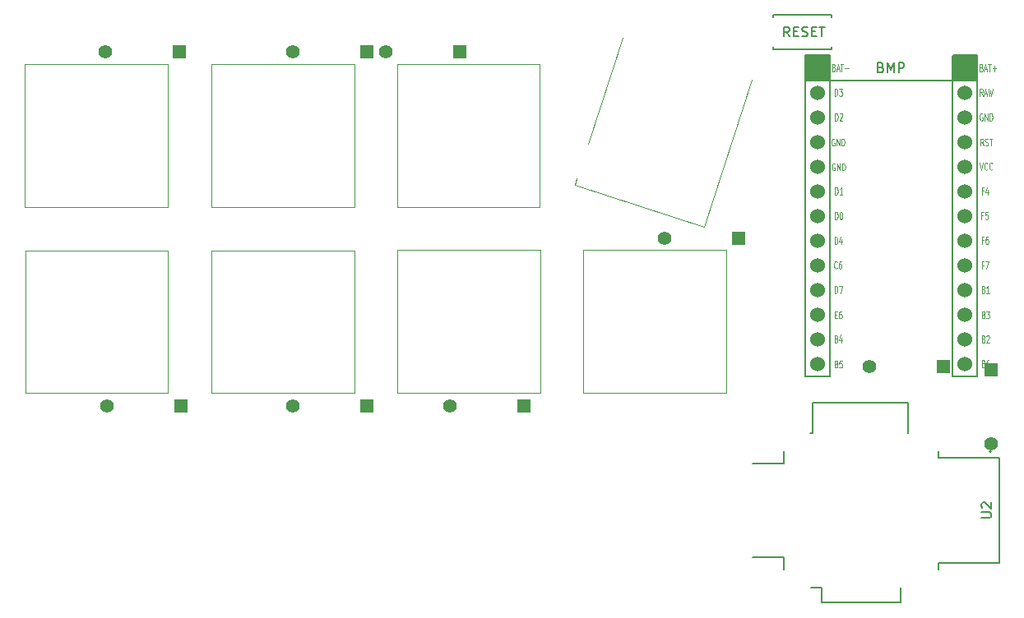
<source format=gbr>
G04 #@! TF.GenerationSoftware,KiCad,Pcbnew,8.0.6*
G04 #@! TF.CreationDate,2025-01-11T22:07:08+09:00*
G04 #@! TF.ProjectId,original_keyboard,6f726967-696e-4616-9c5f-6b6579626f61,rev?*
G04 #@! TF.SameCoordinates,Original*
G04 #@! TF.FileFunction,Legend,Top*
G04 #@! TF.FilePolarity,Positive*
%FSLAX46Y46*%
G04 Gerber Fmt 4.6, Leading zero omitted, Abs format (unit mm)*
G04 Created by KiCad (PCBNEW 8.0.6) date 2025-01-11 22:07:08*
%MOMM*%
%LPD*%
G01*
G04 APERTURE LIST*
%ADD10C,0.150000*%
%ADD11C,0.125000*%
%ADD12C,0.120000*%
%ADD13C,0.127000*%
%ADD14C,0.200000*%
%ADD15R,1.397000X1.397000*%
%ADD16C,1.397000*%
%ADD17C,1.524000*%
G04 APERTURE END LIST*
D10*
X152540619Y-112496504D02*
X153350142Y-112496504D01*
X153350142Y-112496504D02*
X153445380Y-112448885D01*
X153445380Y-112448885D02*
X153493000Y-112401266D01*
X153493000Y-112401266D02*
X153540619Y-112306028D01*
X153540619Y-112306028D02*
X153540619Y-112115552D01*
X153540619Y-112115552D02*
X153493000Y-112020314D01*
X153493000Y-112020314D02*
X153445380Y-111972695D01*
X153445380Y-111972695D02*
X153350142Y-111925076D01*
X153350142Y-111925076D02*
X152540619Y-111925076D01*
X152635857Y-111496504D02*
X152588238Y-111448885D01*
X152588238Y-111448885D02*
X152540619Y-111353647D01*
X152540619Y-111353647D02*
X152540619Y-111115552D01*
X152540619Y-111115552D02*
X152588238Y-111020314D01*
X152588238Y-111020314D02*
X152635857Y-110972695D01*
X152635857Y-110972695D02*
X152731095Y-110925076D01*
X152731095Y-110925076D02*
X152826333Y-110925076D01*
X152826333Y-110925076D02*
X152969190Y-110972695D01*
X152969190Y-110972695D02*
X153540619Y-111544123D01*
X153540619Y-111544123D02*
X153540619Y-110925076D01*
D11*
X137450447Y-76016678D02*
X137402828Y-75980964D01*
X137402828Y-75980964D02*
X137331399Y-75980964D01*
X137331399Y-75980964D02*
X137259971Y-76016678D01*
X137259971Y-76016678D02*
X137212352Y-76088107D01*
X137212352Y-76088107D02*
X137188542Y-76159535D01*
X137188542Y-76159535D02*
X137164733Y-76302392D01*
X137164733Y-76302392D02*
X137164733Y-76409535D01*
X137164733Y-76409535D02*
X137188542Y-76552392D01*
X137188542Y-76552392D02*
X137212352Y-76623821D01*
X137212352Y-76623821D02*
X137259971Y-76695250D01*
X137259971Y-76695250D02*
X137331399Y-76730964D01*
X137331399Y-76730964D02*
X137379018Y-76730964D01*
X137379018Y-76730964D02*
X137450447Y-76695250D01*
X137450447Y-76695250D02*
X137474256Y-76659535D01*
X137474256Y-76659535D02*
X137474256Y-76409535D01*
X137474256Y-76409535D02*
X137379018Y-76409535D01*
X137688542Y-76730964D02*
X137688542Y-75980964D01*
X137688542Y-75980964D02*
X137974256Y-76730964D01*
X137974256Y-76730964D02*
X137974256Y-75980964D01*
X138212352Y-76730964D02*
X138212352Y-75980964D01*
X138212352Y-75980964D02*
X138331400Y-75980964D01*
X138331400Y-75980964D02*
X138402828Y-76016678D01*
X138402828Y-76016678D02*
X138450447Y-76088107D01*
X138450447Y-76088107D02*
X138474257Y-76159535D01*
X138474257Y-76159535D02*
X138498066Y-76302392D01*
X138498066Y-76302392D02*
X138498066Y-76409535D01*
X138498066Y-76409535D02*
X138474257Y-76552392D01*
X138474257Y-76552392D02*
X138450447Y-76623821D01*
X138450447Y-76623821D02*
X138402828Y-76695250D01*
X138402828Y-76695250D02*
X138331400Y-76730964D01*
X138331400Y-76730964D02*
X138212352Y-76730964D01*
X137447162Y-91578107D02*
X137613829Y-91578107D01*
X137685257Y-91970964D02*
X137447162Y-91970964D01*
X137447162Y-91970964D02*
X137447162Y-91220964D01*
X137447162Y-91220964D02*
X137685257Y-91220964D01*
X138113829Y-91220964D02*
X138018591Y-91220964D01*
X138018591Y-91220964D02*
X137970972Y-91256678D01*
X137970972Y-91256678D02*
X137947162Y-91292392D01*
X137947162Y-91292392D02*
X137899543Y-91399535D01*
X137899543Y-91399535D02*
X137875734Y-91542392D01*
X137875734Y-91542392D02*
X137875734Y-91828107D01*
X137875734Y-91828107D02*
X137899543Y-91899535D01*
X137899543Y-91899535D02*
X137923353Y-91935250D01*
X137923353Y-91935250D02*
X137970972Y-91970964D01*
X137970972Y-91970964D02*
X138066210Y-91970964D01*
X138066210Y-91970964D02*
X138113829Y-91935250D01*
X138113829Y-91935250D02*
X138137638Y-91899535D01*
X138137638Y-91899535D02*
X138161448Y-91828107D01*
X138161448Y-91828107D02*
X138161448Y-91649535D01*
X138161448Y-91649535D02*
X138137638Y-91578107D01*
X138137638Y-91578107D02*
X138113829Y-91542392D01*
X138113829Y-91542392D02*
X138066210Y-91506678D01*
X138066210Y-91506678D02*
X137970972Y-91506678D01*
X137970972Y-91506678D02*
X137923353Y-91542392D01*
X137923353Y-91542392D02*
X137899543Y-91578107D01*
X137899543Y-91578107D02*
X137875734Y-91649535D01*
X137386947Y-73476678D02*
X137339328Y-73440964D01*
X137339328Y-73440964D02*
X137267899Y-73440964D01*
X137267899Y-73440964D02*
X137196471Y-73476678D01*
X137196471Y-73476678D02*
X137148852Y-73548107D01*
X137148852Y-73548107D02*
X137125042Y-73619535D01*
X137125042Y-73619535D02*
X137101233Y-73762392D01*
X137101233Y-73762392D02*
X137101233Y-73869535D01*
X137101233Y-73869535D02*
X137125042Y-74012392D01*
X137125042Y-74012392D02*
X137148852Y-74083821D01*
X137148852Y-74083821D02*
X137196471Y-74155250D01*
X137196471Y-74155250D02*
X137267899Y-74190964D01*
X137267899Y-74190964D02*
X137315518Y-74190964D01*
X137315518Y-74190964D02*
X137386947Y-74155250D01*
X137386947Y-74155250D02*
X137410756Y-74119535D01*
X137410756Y-74119535D02*
X137410756Y-73869535D01*
X137410756Y-73869535D02*
X137315518Y-73869535D01*
X137625042Y-74190964D02*
X137625042Y-73440964D01*
X137625042Y-73440964D02*
X137910756Y-74190964D01*
X137910756Y-74190964D02*
X137910756Y-73440964D01*
X138148852Y-74190964D02*
X138148852Y-73440964D01*
X138148852Y-73440964D02*
X138267900Y-73440964D01*
X138267900Y-73440964D02*
X138339328Y-73476678D01*
X138339328Y-73476678D02*
X138386947Y-73548107D01*
X138386947Y-73548107D02*
X138410757Y-73619535D01*
X138410757Y-73619535D02*
X138434566Y-73762392D01*
X138434566Y-73762392D02*
X138434566Y-73869535D01*
X138434566Y-73869535D02*
X138410757Y-74012392D01*
X138410757Y-74012392D02*
X138386947Y-74083821D01*
X138386947Y-74083821D02*
X138339328Y-74155250D01*
X138339328Y-74155250D02*
X138267900Y-74190964D01*
X138267900Y-74190964D02*
X138148852Y-74190964D01*
X152734090Y-74190964D02*
X152567424Y-73833821D01*
X152448376Y-74190964D02*
X152448376Y-73440964D01*
X152448376Y-73440964D02*
X152638852Y-73440964D01*
X152638852Y-73440964D02*
X152686471Y-73476678D01*
X152686471Y-73476678D02*
X152710281Y-73512392D01*
X152710281Y-73512392D02*
X152734090Y-73583821D01*
X152734090Y-73583821D02*
X152734090Y-73690964D01*
X152734090Y-73690964D02*
X152710281Y-73762392D01*
X152710281Y-73762392D02*
X152686471Y-73798107D01*
X152686471Y-73798107D02*
X152638852Y-73833821D01*
X152638852Y-73833821D02*
X152448376Y-73833821D01*
X152924567Y-74155250D02*
X152995995Y-74190964D01*
X152995995Y-74190964D02*
X153115043Y-74190964D01*
X153115043Y-74190964D02*
X153162662Y-74155250D01*
X153162662Y-74155250D02*
X153186471Y-74119535D01*
X153186471Y-74119535D02*
X153210281Y-74048107D01*
X153210281Y-74048107D02*
X153210281Y-73976678D01*
X153210281Y-73976678D02*
X153186471Y-73905250D01*
X153186471Y-73905250D02*
X153162662Y-73869535D01*
X153162662Y-73869535D02*
X153115043Y-73833821D01*
X153115043Y-73833821D02*
X153019805Y-73798107D01*
X153019805Y-73798107D02*
X152972186Y-73762392D01*
X152972186Y-73762392D02*
X152948376Y-73726678D01*
X152948376Y-73726678D02*
X152924567Y-73655250D01*
X152924567Y-73655250D02*
X152924567Y-73583821D01*
X152924567Y-73583821D02*
X152948376Y-73512392D01*
X152948376Y-73512392D02*
X152972186Y-73476678D01*
X152972186Y-73476678D02*
X153019805Y-73440964D01*
X153019805Y-73440964D02*
X153138852Y-73440964D01*
X153138852Y-73440964D02*
X153210281Y-73476678D01*
X153353138Y-73440964D02*
X153638852Y-73440964D01*
X153495995Y-74190964D02*
X153495995Y-73440964D01*
X137423352Y-69047464D02*
X137423352Y-68297464D01*
X137423352Y-68297464D02*
X137542400Y-68297464D01*
X137542400Y-68297464D02*
X137613828Y-68333178D01*
X137613828Y-68333178D02*
X137661447Y-68404607D01*
X137661447Y-68404607D02*
X137685257Y-68476035D01*
X137685257Y-68476035D02*
X137709066Y-68618892D01*
X137709066Y-68618892D02*
X137709066Y-68726035D01*
X137709066Y-68726035D02*
X137685257Y-68868892D01*
X137685257Y-68868892D02*
X137661447Y-68940321D01*
X137661447Y-68940321D02*
X137613828Y-69011750D01*
X137613828Y-69011750D02*
X137542400Y-69047464D01*
X137542400Y-69047464D02*
X137423352Y-69047464D01*
X137875733Y-68297464D02*
X138185257Y-68297464D01*
X138185257Y-68297464D02*
X138018590Y-68583178D01*
X138018590Y-68583178D02*
X138090019Y-68583178D01*
X138090019Y-68583178D02*
X138137638Y-68618892D01*
X138137638Y-68618892D02*
X138161447Y-68654607D01*
X138161447Y-68654607D02*
X138185257Y-68726035D01*
X138185257Y-68726035D02*
X138185257Y-68904607D01*
X138185257Y-68904607D02*
X138161447Y-68976035D01*
X138161447Y-68976035D02*
X138137638Y-69011750D01*
X138137638Y-69011750D02*
X138090019Y-69047464D01*
X138090019Y-69047464D02*
X137947162Y-69047464D01*
X137947162Y-69047464D02*
X137899543Y-69011750D01*
X137899543Y-69011750D02*
X137875733Y-68976035D01*
X137313829Y-66114607D02*
X137385257Y-66150321D01*
X137385257Y-66150321D02*
X137409067Y-66186035D01*
X137409067Y-66186035D02*
X137432876Y-66257464D01*
X137432876Y-66257464D02*
X137432876Y-66364607D01*
X137432876Y-66364607D02*
X137409067Y-66436035D01*
X137409067Y-66436035D02*
X137385257Y-66471750D01*
X137385257Y-66471750D02*
X137337638Y-66507464D01*
X137337638Y-66507464D02*
X137147162Y-66507464D01*
X137147162Y-66507464D02*
X137147162Y-65757464D01*
X137147162Y-65757464D02*
X137313829Y-65757464D01*
X137313829Y-65757464D02*
X137361448Y-65793178D01*
X137361448Y-65793178D02*
X137385257Y-65828892D01*
X137385257Y-65828892D02*
X137409067Y-65900321D01*
X137409067Y-65900321D02*
X137409067Y-65971750D01*
X137409067Y-65971750D02*
X137385257Y-66043178D01*
X137385257Y-66043178D02*
X137361448Y-66078892D01*
X137361448Y-66078892D02*
X137313829Y-66114607D01*
X137313829Y-66114607D02*
X137147162Y-66114607D01*
X137623353Y-66293178D02*
X137861448Y-66293178D01*
X137575734Y-66507464D02*
X137742400Y-65757464D01*
X137742400Y-65757464D02*
X137909067Y-66507464D01*
X138004305Y-65757464D02*
X138290019Y-65757464D01*
X138147162Y-66507464D02*
X138147162Y-65757464D01*
X138456685Y-66221750D02*
X138837638Y-66221750D01*
X137423352Y-84325464D02*
X137423352Y-83575464D01*
X137423352Y-83575464D02*
X137542400Y-83575464D01*
X137542400Y-83575464D02*
X137613828Y-83611178D01*
X137613828Y-83611178D02*
X137661447Y-83682607D01*
X137661447Y-83682607D02*
X137685257Y-83754035D01*
X137685257Y-83754035D02*
X137709066Y-83896892D01*
X137709066Y-83896892D02*
X137709066Y-84004035D01*
X137709066Y-84004035D02*
X137685257Y-84146892D01*
X137685257Y-84146892D02*
X137661447Y-84218321D01*
X137661447Y-84218321D02*
X137613828Y-84289750D01*
X137613828Y-84289750D02*
X137542400Y-84325464D01*
X137542400Y-84325464D02*
X137423352Y-84325464D01*
X138137638Y-83825464D02*
X138137638Y-84325464D01*
X138018590Y-83539750D02*
X137899543Y-84075464D01*
X137899543Y-84075464D02*
X138209066Y-84075464D01*
X137590019Y-96658107D02*
X137661447Y-96693821D01*
X137661447Y-96693821D02*
X137685257Y-96729535D01*
X137685257Y-96729535D02*
X137709066Y-96800964D01*
X137709066Y-96800964D02*
X137709066Y-96908107D01*
X137709066Y-96908107D02*
X137685257Y-96979535D01*
X137685257Y-96979535D02*
X137661447Y-97015250D01*
X137661447Y-97015250D02*
X137613828Y-97050964D01*
X137613828Y-97050964D02*
X137423352Y-97050964D01*
X137423352Y-97050964D02*
X137423352Y-96300964D01*
X137423352Y-96300964D02*
X137590019Y-96300964D01*
X137590019Y-96300964D02*
X137637638Y-96336678D01*
X137637638Y-96336678D02*
X137661447Y-96372392D01*
X137661447Y-96372392D02*
X137685257Y-96443821D01*
X137685257Y-96443821D02*
X137685257Y-96515250D01*
X137685257Y-96515250D02*
X137661447Y-96586678D01*
X137661447Y-96586678D02*
X137637638Y-96622392D01*
X137637638Y-96622392D02*
X137590019Y-96658107D01*
X137590019Y-96658107D02*
X137423352Y-96658107D01*
X138161447Y-96300964D02*
X137923352Y-96300964D01*
X137923352Y-96300964D02*
X137899543Y-96658107D01*
X137899543Y-96658107D02*
X137923352Y-96622392D01*
X137923352Y-96622392D02*
X137970971Y-96586678D01*
X137970971Y-96586678D02*
X138090019Y-96586678D01*
X138090019Y-96586678D02*
X138137638Y-96622392D01*
X138137638Y-96622392D02*
X138161447Y-96658107D01*
X138161447Y-96658107D02*
X138185257Y-96729535D01*
X138185257Y-96729535D02*
X138185257Y-96908107D01*
X138185257Y-96908107D02*
X138161447Y-96979535D01*
X138161447Y-96979535D02*
X138137638Y-97015250D01*
X138137638Y-97015250D02*
X138090019Y-97050964D01*
X138090019Y-97050964D02*
X137970971Y-97050964D01*
X137970971Y-97050964D02*
X137923352Y-97015250D01*
X137923352Y-97015250D02*
X137899543Y-96979535D01*
X137462352Y-79207464D02*
X137462352Y-78457464D01*
X137462352Y-78457464D02*
X137581400Y-78457464D01*
X137581400Y-78457464D02*
X137652828Y-78493178D01*
X137652828Y-78493178D02*
X137700447Y-78564607D01*
X137700447Y-78564607D02*
X137724257Y-78636035D01*
X137724257Y-78636035D02*
X137748066Y-78778892D01*
X137748066Y-78778892D02*
X137748066Y-78886035D01*
X137748066Y-78886035D02*
X137724257Y-79028892D01*
X137724257Y-79028892D02*
X137700447Y-79100321D01*
X137700447Y-79100321D02*
X137652828Y-79171750D01*
X137652828Y-79171750D02*
X137581400Y-79207464D01*
X137581400Y-79207464D02*
X137462352Y-79207464D01*
X138224257Y-79207464D02*
X137938543Y-79207464D01*
X138081400Y-79207464D02*
X138081400Y-78457464D01*
X138081400Y-78457464D02*
X138033781Y-78564607D01*
X138033781Y-78564607D02*
X137986162Y-78636035D01*
X137986162Y-78636035D02*
X137938543Y-78671750D01*
X152626947Y-70873178D02*
X152579328Y-70837464D01*
X152579328Y-70837464D02*
X152507899Y-70837464D01*
X152507899Y-70837464D02*
X152436471Y-70873178D01*
X152436471Y-70873178D02*
X152388852Y-70944607D01*
X152388852Y-70944607D02*
X152365042Y-71016035D01*
X152365042Y-71016035D02*
X152341233Y-71158892D01*
X152341233Y-71158892D02*
X152341233Y-71266035D01*
X152341233Y-71266035D02*
X152365042Y-71408892D01*
X152365042Y-71408892D02*
X152388852Y-71480321D01*
X152388852Y-71480321D02*
X152436471Y-71551750D01*
X152436471Y-71551750D02*
X152507899Y-71587464D01*
X152507899Y-71587464D02*
X152555518Y-71587464D01*
X152555518Y-71587464D02*
X152626947Y-71551750D01*
X152626947Y-71551750D02*
X152650756Y-71516035D01*
X152650756Y-71516035D02*
X152650756Y-71266035D01*
X152650756Y-71266035D02*
X152555518Y-71266035D01*
X152865042Y-71587464D02*
X152865042Y-70837464D01*
X152865042Y-70837464D02*
X153150756Y-71587464D01*
X153150756Y-71587464D02*
X153150756Y-70837464D01*
X153388852Y-71587464D02*
X153388852Y-70837464D01*
X153388852Y-70837464D02*
X153507900Y-70837464D01*
X153507900Y-70837464D02*
X153579328Y-70873178D01*
X153579328Y-70873178D02*
X153626947Y-70944607D01*
X153626947Y-70944607D02*
X153650757Y-71016035D01*
X153650757Y-71016035D02*
X153674566Y-71158892D01*
X153674566Y-71158892D02*
X153674566Y-71266035D01*
X153674566Y-71266035D02*
X153650757Y-71408892D01*
X153650757Y-71408892D02*
X153626947Y-71480321D01*
X153626947Y-71480321D02*
X153579328Y-71551750D01*
X153579328Y-71551750D02*
X153507900Y-71587464D01*
X153507900Y-71587464D02*
X153388852Y-71587464D01*
X152341234Y-75917464D02*
X152507900Y-76667464D01*
X152507900Y-76667464D02*
X152674567Y-75917464D01*
X153126947Y-76596035D02*
X153103138Y-76631750D01*
X153103138Y-76631750D02*
X153031709Y-76667464D01*
X153031709Y-76667464D02*
X152984090Y-76667464D01*
X152984090Y-76667464D02*
X152912662Y-76631750D01*
X152912662Y-76631750D02*
X152865043Y-76560321D01*
X152865043Y-76560321D02*
X152841233Y-76488892D01*
X152841233Y-76488892D02*
X152817424Y-76346035D01*
X152817424Y-76346035D02*
X152817424Y-76238892D01*
X152817424Y-76238892D02*
X152841233Y-76096035D01*
X152841233Y-76096035D02*
X152865043Y-76024607D01*
X152865043Y-76024607D02*
X152912662Y-75953178D01*
X152912662Y-75953178D02*
X152984090Y-75917464D01*
X152984090Y-75917464D02*
X153031709Y-75917464D01*
X153031709Y-75917464D02*
X153103138Y-75953178D01*
X153103138Y-75953178D02*
X153126947Y-75988892D01*
X153626947Y-76596035D02*
X153603138Y-76631750D01*
X153603138Y-76631750D02*
X153531709Y-76667464D01*
X153531709Y-76667464D02*
X153484090Y-76667464D01*
X153484090Y-76667464D02*
X153412662Y-76631750D01*
X153412662Y-76631750D02*
X153365043Y-76560321D01*
X153365043Y-76560321D02*
X153341233Y-76488892D01*
X153341233Y-76488892D02*
X153317424Y-76346035D01*
X153317424Y-76346035D02*
X153317424Y-76238892D01*
X153317424Y-76238892D02*
X153341233Y-76096035D01*
X153341233Y-76096035D02*
X153365043Y-76024607D01*
X153365043Y-76024607D02*
X153412662Y-75953178D01*
X153412662Y-75953178D02*
X153484090Y-75917464D01*
X153484090Y-75917464D02*
X153531709Y-75917464D01*
X153531709Y-75917464D02*
X153603138Y-75953178D01*
X153603138Y-75953178D02*
X153626947Y-75988892D01*
X152725734Y-78832607D02*
X152559067Y-78832607D01*
X152559067Y-79225464D02*
X152559067Y-78475464D01*
X152559067Y-78475464D02*
X152797162Y-78475464D01*
X153201924Y-78725464D02*
X153201924Y-79225464D01*
X153082876Y-78439750D02*
X152963829Y-78975464D01*
X152963829Y-78975464D02*
X153273352Y-78975464D01*
X152662661Y-69047464D02*
X152495995Y-68690321D01*
X152376947Y-69047464D02*
X152376947Y-68297464D01*
X152376947Y-68297464D02*
X152567423Y-68297464D01*
X152567423Y-68297464D02*
X152615042Y-68333178D01*
X152615042Y-68333178D02*
X152638852Y-68368892D01*
X152638852Y-68368892D02*
X152662661Y-68440321D01*
X152662661Y-68440321D02*
X152662661Y-68547464D01*
X152662661Y-68547464D02*
X152638852Y-68618892D01*
X152638852Y-68618892D02*
X152615042Y-68654607D01*
X152615042Y-68654607D02*
X152567423Y-68690321D01*
X152567423Y-68690321D02*
X152376947Y-68690321D01*
X152853138Y-68833178D02*
X153091233Y-68833178D01*
X152805519Y-69047464D02*
X152972185Y-68297464D01*
X152972185Y-68297464D02*
X153138852Y-69047464D01*
X153257899Y-68297464D02*
X153376947Y-69047464D01*
X153376947Y-69047464D02*
X153472185Y-68511750D01*
X153472185Y-68511750D02*
X153567423Y-69047464D01*
X153567423Y-69047464D02*
X153686471Y-68297464D01*
X152725734Y-86482607D02*
X152559067Y-86482607D01*
X152559067Y-86875464D02*
X152559067Y-86125464D01*
X152559067Y-86125464D02*
X152797162Y-86125464D01*
X152940019Y-86125464D02*
X153273352Y-86125464D01*
X153273352Y-86125464D02*
X153059067Y-86875464D01*
X152740019Y-91578107D02*
X152811447Y-91613821D01*
X152811447Y-91613821D02*
X152835257Y-91649535D01*
X152835257Y-91649535D02*
X152859066Y-91720964D01*
X152859066Y-91720964D02*
X152859066Y-91828107D01*
X152859066Y-91828107D02*
X152835257Y-91899535D01*
X152835257Y-91899535D02*
X152811447Y-91935250D01*
X152811447Y-91935250D02*
X152763828Y-91970964D01*
X152763828Y-91970964D02*
X152573352Y-91970964D01*
X152573352Y-91970964D02*
X152573352Y-91220964D01*
X152573352Y-91220964D02*
X152740019Y-91220964D01*
X152740019Y-91220964D02*
X152787638Y-91256678D01*
X152787638Y-91256678D02*
X152811447Y-91292392D01*
X152811447Y-91292392D02*
X152835257Y-91363821D01*
X152835257Y-91363821D02*
X152835257Y-91435250D01*
X152835257Y-91435250D02*
X152811447Y-91506678D01*
X152811447Y-91506678D02*
X152787638Y-91542392D01*
X152787638Y-91542392D02*
X152740019Y-91578107D01*
X152740019Y-91578107D02*
X152573352Y-91578107D01*
X153025733Y-91220964D02*
X153335257Y-91220964D01*
X153335257Y-91220964D02*
X153168590Y-91506678D01*
X153168590Y-91506678D02*
X153240019Y-91506678D01*
X153240019Y-91506678D02*
X153287638Y-91542392D01*
X153287638Y-91542392D02*
X153311447Y-91578107D01*
X153311447Y-91578107D02*
X153335257Y-91649535D01*
X153335257Y-91649535D02*
X153335257Y-91828107D01*
X153335257Y-91828107D02*
X153311447Y-91899535D01*
X153311447Y-91899535D02*
X153287638Y-91935250D01*
X153287638Y-91935250D02*
X153240019Y-91970964D01*
X153240019Y-91970964D02*
X153097162Y-91970964D01*
X153097162Y-91970964D02*
X153049543Y-91935250D01*
X153049543Y-91935250D02*
X153025733Y-91899535D01*
D10*
X142199600Y-66116009D02*
X142342457Y-66163628D01*
X142342457Y-66163628D02*
X142390076Y-66211247D01*
X142390076Y-66211247D02*
X142437695Y-66306485D01*
X142437695Y-66306485D02*
X142437695Y-66449342D01*
X142437695Y-66449342D02*
X142390076Y-66544580D01*
X142390076Y-66544580D02*
X142342457Y-66592200D01*
X142342457Y-66592200D02*
X142247219Y-66639819D01*
X142247219Y-66639819D02*
X141866267Y-66639819D01*
X141866267Y-66639819D02*
X141866267Y-65639819D01*
X141866267Y-65639819D02*
X142199600Y-65639819D01*
X142199600Y-65639819D02*
X142294838Y-65687438D01*
X142294838Y-65687438D02*
X142342457Y-65735057D01*
X142342457Y-65735057D02*
X142390076Y-65830295D01*
X142390076Y-65830295D02*
X142390076Y-65925533D01*
X142390076Y-65925533D02*
X142342457Y-66020771D01*
X142342457Y-66020771D02*
X142294838Y-66068390D01*
X142294838Y-66068390D02*
X142199600Y-66116009D01*
X142199600Y-66116009D02*
X141866267Y-66116009D01*
X142866267Y-66639819D02*
X142866267Y-65639819D01*
X142866267Y-65639819D02*
X143199600Y-66354104D01*
X143199600Y-66354104D02*
X143532933Y-65639819D01*
X143532933Y-65639819D02*
X143532933Y-66639819D01*
X144009124Y-66639819D02*
X144009124Y-65639819D01*
X144009124Y-65639819D02*
X144390076Y-65639819D01*
X144390076Y-65639819D02*
X144485314Y-65687438D01*
X144485314Y-65687438D02*
X144532933Y-65735057D01*
X144532933Y-65735057D02*
X144580552Y-65830295D01*
X144580552Y-65830295D02*
X144580552Y-65973152D01*
X144580552Y-65973152D02*
X144532933Y-66068390D01*
X144532933Y-66068390D02*
X144485314Y-66116009D01*
X144485314Y-66116009D02*
X144390076Y-66163628D01*
X144390076Y-66163628D02*
X144009124Y-66163628D01*
D11*
X152529329Y-66114607D02*
X152600757Y-66150321D01*
X152600757Y-66150321D02*
X152624567Y-66186035D01*
X152624567Y-66186035D02*
X152648376Y-66257464D01*
X152648376Y-66257464D02*
X152648376Y-66364607D01*
X152648376Y-66364607D02*
X152624567Y-66436035D01*
X152624567Y-66436035D02*
X152600757Y-66471750D01*
X152600757Y-66471750D02*
X152553138Y-66507464D01*
X152553138Y-66507464D02*
X152362662Y-66507464D01*
X152362662Y-66507464D02*
X152362662Y-65757464D01*
X152362662Y-65757464D02*
X152529329Y-65757464D01*
X152529329Y-65757464D02*
X152576948Y-65793178D01*
X152576948Y-65793178D02*
X152600757Y-65828892D01*
X152600757Y-65828892D02*
X152624567Y-65900321D01*
X152624567Y-65900321D02*
X152624567Y-65971750D01*
X152624567Y-65971750D02*
X152600757Y-66043178D01*
X152600757Y-66043178D02*
X152576948Y-66078892D01*
X152576948Y-66078892D02*
X152529329Y-66114607D01*
X152529329Y-66114607D02*
X152362662Y-66114607D01*
X152838853Y-66293178D02*
X153076948Y-66293178D01*
X152791234Y-66507464D02*
X152957900Y-65757464D01*
X152957900Y-65757464D02*
X153124567Y-66507464D01*
X153219805Y-65757464D02*
X153505519Y-65757464D01*
X153362662Y-66507464D02*
X153362662Y-65757464D01*
X153672185Y-66221750D02*
X154053138Y-66221750D01*
X153862661Y-66507464D02*
X153862661Y-65936035D01*
X137473352Y-71575464D02*
X137473352Y-70825464D01*
X137473352Y-70825464D02*
X137592400Y-70825464D01*
X137592400Y-70825464D02*
X137663828Y-70861178D01*
X137663828Y-70861178D02*
X137711447Y-70932607D01*
X137711447Y-70932607D02*
X137735257Y-71004035D01*
X137735257Y-71004035D02*
X137759066Y-71146892D01*
X137759066Y-71146892D02*
X137759066Y-71254035D01*
X137759066Y-71254035D02*
X137735257Y-71396892D01*
X137735257Y-71396892D02*
X137711447Y-71468321D01*
X137711447Y-71468321D02*
X137663828Y-71539750D01*
X137663828Y-71539750D02*
X137592400Y-71575464D01*
X137592400Y-71575464D02*
X137473352Y-71575464D01*
X137949543Y-70896892D02*
X137973352Y-70861178D01*
X137973352Y-70861178D02*
X138020971Y-70825464D01*
X138020971Y-70825464D02*
X138140019Y-70825464D01*
X138140019Y-70825464D02*
X138187638Y-70861178D01*
X138187638Y-70861178D02*
X138211447Y-70896892D01*
X138211447Y-70896892D02*
X138235257Y-70968321D01*
X138235257Y-70968321D02*
X138235257Y-71039750D01*
X138235257Y-71039750D02*
X138211447Y-71146892D01*
X138211447Y-71146892D02*
X137925733Y-71575464D01*
X137925733Y-71575464D02*
X138235257Y-71575464D01*
X137590019Y-94054607D02*
X137661447Y-94090321D01*
X137661447Y-94090321D02*
X137685257Y-94126035D01*
X137685257Y-94126035D02*
X137709066Y-94197464D01*
X137709066Y-94197464D02*
X137709066Y-94304607D01*
X137709066Y-94304607D02*
X137685257Y-94376035D01*
X137685257Y-94376035D02*
X137661447Y-94411750D01*
X137661447Y-94411750D02*
X137613828Y-94447464D01*
X137613828Y-94447464D02*
X137423352Y-94447464D01*
X137423352Y-94447464D02*
X137423352Y-93697464D01*
X137423352Y-93697464D02*
X137590019Y-93697464D01*
X137590019Y-93697464D02*
X137637638Y-93733178D01*
X137637638Y-93733178D02*
X137661447Y-93768892D01*
X137661447Y-93768892D02*
X137685257Y-93840321D01*
X137685257Y-93840321D02*
X137685257Y-93911750D01*
X137685257Y-93911750D02*
X137661447Y-93983178D01*
X137661447Y-93983178D02*
X137637638Y-94018892D01*
X137637638Y-94018892D02*
X137590019Y-94054607D01*
X137590019Y-94054607D02*
X137423352Y-94054607D01*
X138137638Y-93947464D02*
X138137638Y-94447464D01*
X138018590Y-93661750D02*
X137899543Y-94197464D01*
X137899543Y-94197464D02*
X138209066Y-94197464D01*
X152740019Y-96632607D02*
X152811447Y-96668321D01*
X152811447Y-96668321D02*
X152835257Y-96704035D01*
X152835257Y-96704035D02*
X152859066Y-96775464D01*
X152859066Y-96775464D02*
X152859066Y-96882607D01*
X152859066Y-96882607D02*
X152835257Y-96954035D01*
X152835257Y-96954035D02*
X152811447Y-96989750D01*
X152811447Y-96989750D02*
X152763828Y-97025464D01*
X152763828Y-97025464D02*
X152573352Y-97025464D01*
X152573352Y-97025464D02*
X152573352Y-96275464D01*
X152573352Y-96275464D02*
X152740019Y-96275464D01*
X152740019Y-96275464D02*
X152787638Y-96311178D01*
X152787638Y-96311178D02*
X152811447Y-96346892D01*
X152811447Y-96346892D02*
X152835257Y-96418321D01*
X152835257Y-96418321D02*
X152835257Y-96489750D01*
X152835257Y-96489750D02*
X152811447Y-96561178D01*
X152811447Y-96561178D02*
X152787638Y-96596892D01*
X152787638Y-96596892D02*
X152740019Y-96632607D01*
X152740019Y-96632607D02*
X152573352Y-96632607D01*
X153287638Y-96275464D02*
X153192400Y-96275464D01*
X153192400Y-96275464D02*
X153144781Y-96311178D01*
X153144781Y-96311178D02*
X153120971Y-96346892D01*
X153120971Y-96346892D02*
X153073352Y-96454035D01*
X153073352Y-96454035D02*
X153049543Y-96596892D01*
X153049543Y-96596892D02*
X153049543Y-96882607D01*
X153049543Y-96882607D02*
X153073352Y-96954035D01*
X153073352Y-96954035D02*
X153097162Y-96989750D01*
X153097162Y-96989750D02*
X153144781Y-97025464D01*
X153144781Y-97025464D02*
X153240019Y-97025464D01*
X153240019Y-97025464D02*
X153287638Y-96989750D01*
X153287638Y-96989750D02*
X153311447Y-96954035D01*
X153311447Y-96954035D02*
X153335257Y-96882607D01*
X153335257Y-96882607D02*
X153335257Y-96704035D01*
X153335257Y-96704035D02*
X153311447Y-96632607D01*
X153311447Y-96632607D02*
X153287638Y-96596892D01*
X153287638Y-96596892D02*
X153240019Y-96561178D01*
X153240019Y-96561178D02*
X153144781Y-96561178D01*
X153144781Y-96561178D02*
X153097162Y-96596892D01*
X153097162Y-96596892D02*
X153073352Y-96632607D01*
X153073352Y-96632607D02*
X153049543Y-96704035D01*
X152740019Y-94082607D02*
X152811447Y-94118321D01*
X152811447Y-94118321D02*
X152835257Y-94154035D01*
X152835257Y-94154035D02*
X152859066Y-94225464D01*
X152859066Y-94225464D02*
X152859066Y-94332607D01*
X152859066Y-94332607D02*
X152835257Y-94404035D01*
X152835257Y-94404035D02*
X152811447Y-94439750D01*
X152811447Y-94439750D02*
X152763828Y-94475464D01*
X152763828Y-94475464D02*
X152573352Y-94475464D01*
X152573352Y-94475464D02*
X152573352Y-93725464D01*
X152573352Y-93725464D02*
X152740019Y-93725464D01*
X152740019Y-93725464D02*
X152787638Y-93761178D01*
X152787638Y-93761178D02*
X152811447Y-93796892D01*
X152811447Y-93796892D02*
X152835257Y-93868321D01*
X152835257Y-93868321D02*
X152835257Y-93939750D01*
X152835257Y-93939750D02*
X152811447Y-94011178D01*
X152811447Y-94011178D02*
X152787638Y-94046892D01*
X152787638Y-94046892D02*
X152740019Y-94082607D01*
X152740019Y-94082607D02*
X152573352Y-94082607D01*
X153049543Y-93796892D02*
X153073352Y-93761178D01*
X153073352Y-93761178D02*
X153120971Y-93725464D01*
X153120971Y-93725464D02*
X153240019Y-93725464D01*
X153240019Y-93725464D02*
X153287638Y-93761178D01*
X153287638Y-93761178D02*
X153311447Y-93796892D01*
X153311447Y-93796892D02*
X153335257Y-93868321D01*
X153335257Y-93868321D02*
X153335257Y-93939750D01*
X153335257Y-93939750D02*
X153311447Y-94046892D01*
X153311447Y-94046892D02*
X153025733Y-94475464D01*
X153025733Y-94475464D02*
X153335257Y-94475464D01*
X152740019Y-88982607D02*
X152811447Y-89018321D01*
X152811447Y-89018321D02*
X152835257Y-89054035D01*
X152835257Y-89054035D02*
X152859066Y-89125464D01*
X152859066Y-89125464D02*
X152859066Y-89232607D01*
X152859066Y-89232607D02*
X152835257Y-89304035D01*
X152835257Y-89304035D02*
X152811447Y-89339750D01*
X152811447Y-89339750D02*
X152763828Y-89375464D01*
X152763828Y-89375464D02*
X152573352Y-89375464D01*
X152573352Y-89375464D02*
X152573352Y-88625464D01*
X152573352Y-88625464D02*
X152740019Y-88625464D01*
X152740019Y-88625464D02*
X152787638Y-88661178D01*
X152787638Y-88661178D02*
X152811447Y-88696892D01*
X152811447Y-88696892D02*
X152835257Y-88768321D01*
X152835257Y-88768321D02*
X152835257Y-88839750D01*
X152835257Y-88839750D02*
X152811447Y-88911178D01*
X152811447Y-88911178D02*
X152787638Y-88946892D01*
X152787638Y-88946892D02*
X152740019Y-88982607D01*
X152740019Y-88982607D02*
X152573352Y-88982607D01*
X153335257Y-89375464D02*
X153049543Y-89375464D01*
X153192400Y-89375464D02*
X153192400Y-88625464D01*
X153192400Y-88625464D02*
X153144781Y-88732607D01*
X153144781Y-88732607D02*
X153097162Y-88804035D01*
X153097162Y-88804035D02*
X153049543Y-88839750D01*
X152725734Y-83894607D02*
X152559067Y-83894607D01*
X152559067Y-84287464D02*
X152559067Y-83537464D01*
X152559067Y-83537464D02*
X152797162Y-83537464D01*
X153201924Y-83537464D02*
X153106686Y-83537464D01*
X153106686Y-83537464D02*
X153059067Y-83573178D01*
X153059067Y-83573178D02*
X153035257Y-83608892D01*
X153035257Y-83608892D02*
X152987638Y-83716035D01*
X152987638Y-83716035D02*
X152963829Y-83858892D01*
X152963829Y-83858892D02*
X152963829Y-84144607D01*
X152963829Y-84144607D02*
X152987638Y-84216035D01*
X152987638Y-84216035D02*
X153011448Y-84251750D01*
X153011448Y-84251750D02*
X153059067Y-84287464D01*
X153059067Y-84287464D02*
X153154305Y-84287464D01*
X153154305Y-84287464D02*
X153201924Y-84251750D01*
X153201924Y-84251750D02*
X153225733Y-84216035D01*
X153225733Y-84216035D02*
X153249543Y-84144607D01*
X153249543Y-84144607D02*
X153249543Y-83966035D01*
X153249543Y-83966035D02*
X153225733Y-83894607D01*
X153225733Y-83894607D02*
X153201924Y-83858892D01*
X153201924Y-83858892D02*
X153154305Y-83823178D01*
X153154305Y-83823178D02*
X153059067Y-83823178D01*
X153059067Y-83823178D02*
X153011448Y-83858892D01*
X153011448Y-83858892D02*
X152987638Y-83894607D01*
X152987638Y-83894607D02*
X152963829Y-83966035D01*
X137462352Y-81747464D02*
X137462352Y-80997464D01*
X137462352Y-80997464D02*
X137581400Y-80997464D01*
X137581400Y-80997464D02*
X137652828Y-81033178D01*
X137652828Y-81033178D02*
X137700447Y-81104607D01*
X137700447Y-81104607D02*
X137724257Y-81176035D01*
X137724257Y-81176035D02*
X137748066Y-81318892D01*
X137748066Y-81318892D02*
X137748066Y-81426035D01*
X137748066Y-81426035D02*
X137724257Y-81568892D01*
X137724257Y-81568892D02*
X137700447Y-81640321D01*
X137700447Y-81640321D02*
X137652828Y-81711750D01*
X137652828Y-81711750D02*
X137581400Y-81747464D01*
X137581400Y-81747464D02*
X137462352Y-81747464D01*
X138057590Y-80997464D02*
X138105209Y-80997464D01*
X138105209Y-80997464D02*
X138152828Y-81033178D01*
X138152828Y-81033178D02*
X138176638Y-81068892D01*
X138176638Y-81068892D02*
X138200447Y-81140321D01*
X138200447Y-81140321D02*
X138224257Y-81283178D01*
X138224257Y-81283178D02*
X138224257Y-81461750D01*
X138224257Y-81461750D02*
X138200447Y-81604607D01*
X138200447Y-81604607D02*
X138176638Y-81676035D01*
X138176638Y-81676035D02*
X138152828Y-81711750D01*
X138152828Y-81711750D02*
X138105209Y-81747464D01*
X138105209Y-81747464D02*
X138057590Y-81747464D01*
X138057590Y-81747464D02*
X138009971Y-81711750D01*
X138009971Y-81711750D02*
X137986162Y-81676035D01*
X137986162Y-81676035D02*
X137962352Y-81604607D01*
X137962352Y-81604607D02*
X137938543Y-81461750D01*
X137938543Y-81461750D02*
X137938543Y-81283178D01*
X137938543Y-81283178D02*
X137962352Y-81140321D01*
X137962352Y-81140321D02*
X137986162Y-81068892D01*
X137986162Y-81068892D02*
X138009971Y-81033178D01*
X138009971Y-81033178D02*
X138057590Y-80997464D01*
X137659066Y-86756035D02*
X137635257Y-86791750D01*
X137635257Y-86791750D02*
X137563828Y-86827464D01*
X137563828Y-86827464D02*
X137516209Y-86827464D01*
X137516209Y-86827464D02*
X137444781Y-86791750D01*
X137444781Y-86791750D02*
X137397162Y-86720321D01*
X137397162Y-86720321D02*
X137373352Y-86648892D01*
X137373352Y-86648892D02*
X137349543Y-86506035D01*
X137349543Y-86506035D02*
X137349543Y-86398892D01*
X137349543Y-86398892D02*
X137373352Y-86256035D01*
X137373352Y-86256035D02*
X137397162Y-86184607D01*
X137397162Y-86184607D02*
X137444781Y-86113178D01*
X137444781Y-86113178D02*
X137516209Y-86077464D01*
X137516209Y-86077464D02*
X137563828Y-86077464D01*
X137563828Y-86077464D02*
X137635257Y-86113178D01*
X137635257Y-86113178D02*
X137659066Y-86148892D01*
X138087638Y-86077464D02*
X137992400Y-86077464D01*
X137992400Y-86077464D02*
X137944781Y-86113178D01*
X137944781Y-86113178D02*
X137920971Y-86148892D01*
X137920971Y-86148892D02*
X137873352Y-86256035D01*
X137873352Y-86256035D02*
X137849543Y-86398892D01*
X137849543Y-86398892D02*
X137849543Y-86684607D01*
X137849543Y-86684607D02*
X137873352Y-86756035D01*
X137873352Y-86756035D02*
X137897162Y-86791750D01*
X137897162Y-86791750D02*
X137944781Y-86827464D01*
X137944781Y-86827464D02*
X138040019Y-86827464D01*
X138040019Y-86827464D02*
X138087638Y-86791750D01*
X138087638Y-86791750D02*
X138111447Y-86756035D01*
X138111447Y-86756035D02*
X138135257Y-86684607D01*
X138135257Y-86684607D02*
X138135257Y-86506035D01*
X138135257Y-86506035D02*
X138111447Y-86434607D01*
X138111447Y-86434607D02*
X138087638Y-86398892D01*
X138087638Y-86398892D02*
X138040019Y-86363178D01*
X138040019Y-86363178D02*
X137944781Y-86363178D01*
X137944781Y-86363178D02*
X137897162Y-86398892D01*
X137897162Y-86398892D02*
X137873352Y-86434607D01*
X137873352Y-86434607D02*
X137849543Y-86506035D01*
X137423352Y-89375464D02*
X137423352Y-88625464D01*
X137423352Y-88625464D02*
X137542400Y-88625464D01*
X137542400Y-88625464D02*
X137613828Y-88661178D01*
X137613828Y-88661178D02*
X137661447Y-88732607D01*
X137661447Y-88732607D02*
X137685257Y-88804035D01*
X137685257Y-88804035D02*
X137709066Y-88946892D01*
X137709066Y-88946892D02*
X137709066Y-89054035D01*
X137709066Y-89054035D02*
X137685257Y-89196892D01*
X137685257Y-89196892D02*
X137661447Y-89268321D01*
X137661447Y-89268321D02*
X137613828Y-89339750D01*
X137613828Y-89339750D02*
X137542400Y-89375464D01*
X137542400Y-89375464D02*
X137423352Y-89375464D01*
X137875733Y-88625464D02*
X138209066Y-88625464D01*
X138209066Y-88625464D02*
X137994781Y-89375464D01*
X152675734Y-81354607D02*
X152509067Y-81354607D01*
X152509067Y-81747464D02*
X152509067Y-80997464D01*
X152509067Y-80997464D02*
X152747162Y-80997464D01*
X153175733Y-80997464D02*
X152937638Y-80997464D01*
X152937638Y-80997464D02*
X152913829Y-81354607D01*
X152913829Y-81354607D02*
X152937638Y-81318892D01*
X152937638Y-81318892D02*
X152985257Y-81283178D01*
X152985257Y-81283178D02*
X153104305Y-81283178D01*
X153104305Y-81283178D02*
X153151924Y-81318892D01*
X153151924Y-81318892D02*
X153175733Y-81354607D01*
X153175733Y-81354607D02*
X153199543Y-81426035D01*
X153199543Y-81426035D02*
X153199543Y-81604607D01*
X153199543Y-81604607D02*
X153175733Y-81676035D01*
X153175733Y-81676035D02*
X153151924Y-81711750D01*
X153151924Y-81711750D02*
X153104305Y-81747464D01*
X153104305Y-81747464D02*
X152985257Y-81747464D01*
X152985257Y-81747464D02*
X152937638Y-81711750D01*
X152937638Y-81711750D02*
X152913829Y-81676035D01*
D10*
X132786618Y-62938819D02*
X132453285Y-62462628D01*
X132215190Y-62938819D02*
X132215190Y-61938819D01*
X132215190Y-61938819D02*
X132596142Y-61938819D01*
X132596142Y-61938819D02*
X132691380Y-61986438D01*
X132691380Y-61986438D02*
X132738999Y-62034057D01*
X132738999Y-62034057D02*
X132786618Y-62129295D01*
X132786618Y-62129295D02*
X132786618Y-62272152D01*
X132786618Y-62272152D02*
X132738999Y-62367390D01*
X132738999Y-62367390D02*
X132691380Y-62415009D01*
X132691380Y-62415009D02*
X132596142Y-62462628D01*
X132596142Y-62462628D02*
X132215190Y-62462628D01*
X133215190Y-62415009D02*
X133548523Y-62415009D01*
X133691380Y-62938819D02*
X133215190Y-62938819D01*
X133215190Y-62938819D02*
X133215190Y-61938819D01*
X133215190Y-61938819D02*
X133691380Y-61938819D01*
X134072333Y-62891200D02*
X134215190Y-62938819D01*
X134215190Y-62938819D02*
X134453285Y-62938819D01*
X134453285Y-62938819D02*
X134548523Y-62891200D01*
X134548523Y-62891200D02*
X134596142Y-62843580D01*
X134596142Y-62843580D02*
X134643761Y-62748342D01*
X134643761Y-62748342D02*
X134643761Y-62653104D01*
X134643761Y-62653104D02*
X134596142Y-62557866D01*
X134596142Y-62557866D02*
X134548523Y-62510247D01*
X134548523Y-62510247D02*
X134453285Y-62462628D01*
X134453285Y-62462628D02*
X134262809Y-62415009D01*
X134262809Y-62415009D02*
X134167571Y-62367390D01*
X134167571Y-62367390D02*
X134119952Y-62319771D01*
X134119952Y-62319771D02*
X134072333Y-62224533D01*
X134072333Y-62224533D02*
X134072333Y-62129295D01*
X134072333Y-62129295D02*
X134119952Y-62034057D01*
X134119952Y-62034057D02*
X134167571Y-61986438D01*
X134167571Y-61986438D02*
X134262809Y-61938819D01*
X134262809Y-61938819D02*
X134500904Y-61938819D01*
X134500904Y-61938819D02*
X134643761Y-61986438D01*
X135072333Y-62415009D02*
X135405666Y-62415009D01*
X135548523Y-62938819D02*
X135072333Y-62938819D01*
X135072333Y-62938819D02*
X135072333Y-61938819D01*
X135072333Y-61938819D02*
X135548523Y-61938819D01*
X135834238Y-61938819D02*
X136405666Y-61938819D01*
X136119952Y-62938819D02*
X136119952Y-61938819D01*
D12*
X73263000Y-65802000D02*
X73263000Y-80502000D01*
X73263000Y-80502000D02*
X87963000Y-80502000D01*
X87963000Y-65802000D02*
X73263000Y-65802000D01*
X87963000Y-80502000D02*
X87963000Y-65802000D01*
X111569000Y-84938200D02*
X111569000Y-99638200D01*
X111569000Y-99638200D02*
X126269000Y-99638200D01*
X126269000Y-84938200D02*
X111569000Y-84938200D01*
X126269000Y-99638200D02*
X126269000Y-84938200D01*
X110675599Y-78206044D02*
X110891911Y-77540304D01*
X112035274Y-74021395D02*
X115588969Y-63084245D01*
X123990390Y-82532282D02*
X110675599Y-78206044D01*
X128903760Y-67410483D02*
X123990390Y-82532282D01*
D13*
X128981000Y-106910000D02*
X132181000Y-106910000D01*
X132181000Y-106910000D02*
X132181000Y-105690000D01*
X132181000Y-116610000D02*
X128981000Y-116610000D01*
X132181000Y-117840000D02*
X132181000Y-116610000D01*
X134911000Y-103810000D02*
X135181000Y-103810000D01*
X135181000Y-100660000D02*
X144981000Y-100660000D01*
X135181000Y-103810000D02*
X135181000Y-100660000D01*
X136081000Y-119710000D02*
X134961000Y-119710000D01*
X136081000Y-121260000D02*
X136081000Y-119710000D01*
X144181000Y-119710000D02*
X144181000Y-121260000D01*
X144181000Y-121260000D02*
X136081000Y-121260000D01*
X144981000Y-100660000D02*
X144981000Y-103810000D01*
X148081000Y-105690000D02*
X148081000Y-106310000D01*
X148081000Y-106310000D02*
X154381000Y-106310000D01*
X148081000Y-117210000D02*
X148081000Y-117840000D01*
X154381000Y-106310000D02*
X154381000Y-117210000D01*
X154381000Y-117210000D02*
X148081000Y-117210000D01*
D14*
X153531000Y-105710000D02*
G75*
G02*
X153331000Y-105710000I-100000J0D01*
G01*
X153331000Y-105710000D02*
G75*
G02*
X153531000Y-105710000I100000J0D01*
G01*
D12*
X54105000Y-84979000D02*
X54105000Y-99679000D01*
X54105000Y-99679000D02*
X68805000Y-99679000D01*
X68805000Y-84979000D02*
X54105000Y-84979000D01*
X68805000Y-99679000D02*
X68805000Y-84979000D01*
D10*
X134366000Y-64897000D02*
X134366000Y-97917000D01*
X134366000Y-97917000D02*
X136906000Y-97917000D01*
X136906000Y-64897000D02*
X134366000Y-64897000D01*
X136906000Y-97917000D02*
X136906000Y-64897000D01*
X149586000Y-64897000D02*
X149586000Y-97917000D01*
X149586000Y-97917000D02*
X152126000Y-97917000D01*
X152126000Y-64897000D02*
X149586000Y-64897000D01*
X152126000Y-67437000D02*
X134366000Y-67437000D01*
X152126000Y-97917000D02*
X152126000Y-64897000D01*
X136899600Y-67385000D02*
X134399600Y-67385000D01*
X134399600Y-64885000D01*
X136899600Y-64885000D01*
X136899600Y-67385000D01*
G36*
X136899600Y-67385000D02*
G01*
X134399600Y-67385000D01*
X134399600Y-64885000D01*
X136899600Y-64885000D01*
X136899600Y-67385000D01*
G37*
X152099600Y-67385000D02*
X149599600Y-67385000D01*
X149599600Y-64885000D01*
X152099600Y-64885000D01*
X152099600Y-67385000D01*
G36*
X152099600Y-67385000D02*
G01*
X149599600Y-67385000D01*
X149599600Y-64885000D01*
X152099600Y-64885000D01*
X152099600Y-67385000D01*
G37*
D12*
X73295000Y-84979000D02*
X73295000Y-99679000D01*
X73295000Y-99679000D02*
X87995000Y-99679000D01*
X87995000Y-84979000D02*
X73295000Y-84979000D01*
X87995000Y-99679000D02*
X87995000Y-84979000D01*
X54074000Y-65811000D02*
X54074000Y-80511000D01*
X54074000Y-80511000D02*
X68774000Y-80511000D01*
X68774000Y-65811000D02*
X54074000Y-65811000D01*
X68774000Y-80511000D02*
X68774000Y-65811000D01*
X92384000Y-65811000D02*
X92384000Y-80511000D01*
X92384000Y-80511000D02*
X107084000Y-80511000D01*
X107084000Y-65811000D02*
X92384000Y-65811000D01*
X107084000Y-80511000D02*
X107084000Y-65811000D01*
X92425000Y-84941000D02*
X92425000Y-99641000D01*
X92425000Y-99641000D02*
X107125000Y-99641000D01*
X107125000Y-84941000D02*
X92425000Y-84941000D01*
X107125000Y-99641000D02*
X107125000Y-84941000D01*
D10*
X131112000Y-60734000D02*
X137112000Y-60734000D01*
X131112000Y-60984000D02*
X131112000Y-60734000D01*
X131112000Y-64234000D02*
X131112000Y-63984000D01*
X137112000Y-60734000D02*
X137112000Y-60984000D01*
X137112000Y-63984000D02*
X137112000Y-64234000D01*
X137112000Y-64234000D02*
X131112000Y-64234000D01*
D15*
X105410000Y-100965000D03*
D16*
X97790000Y-100965000D03*
D15*
X89284000Y-100965000D03*
D16*
X81664000Y-100965000D03*
D15*
X69980000Y-64516000D03*
D16*
X62360000Y-64516000D03*
D15*
X98806000Y-64516000D03*
D16*
X91186000Y-64516000D03*
D15*
X127505000Y-83693000D03*
D16*
X119885000Y-83693000D03*
D17*
X135636000Y-68707000D03*
X135636000Y-71247000D03*
X135636000Y-73787000D03*
X135636000Y-76327000D03*
X135636000Y-78867000D03*
X135636000Y-81407000D03*
X135636000Y-83947000D03*
X135636000Y-86487000D03*
X135636000Y-89027000D03*
X135636000Y-91567000D03*
X135636000Y-94107000D03*
X135636000Y-96647000D03*
X150856000Y-96647000D03*
X150856000Y-94107000D03*
X150856000Y-91567000D03*
X150856000Y-89027000D03*
X150856000Y-86487000D03*
X150856000Y-83947000D03*
X150856000Y-81407000D03*
X150856000Y-78867000D03*
X150856000Y-76327000D03*
X150856000Y-73787000D03*
X150856000Y-71247000D03*
X150856000Y-68707000D03*
X150856000Y-66167000D03*
X135636000Y-66167000D03*
D15*
X89281000Y-64516000D03*
D16*
X81661000Y-64516000D03*
D15*
X148590000Y-96901000D03*
D16*
X140970000Y-96901000D03*
D15*
X70104000Y-100965000D03*
D16*
X62484000Y-100965000D03*
D15*
X153543000Y-97282000D03*
D16*
X153543000Y-104902000D03*
M02*

</source>
